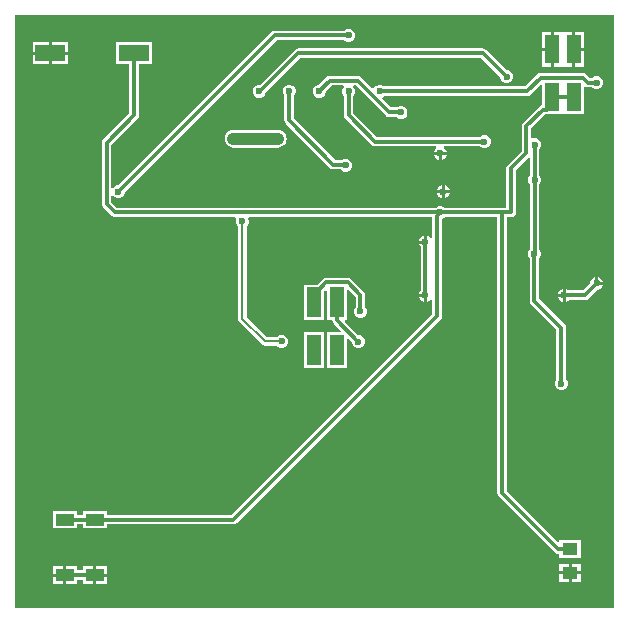
<source format=gbl>
G04*
G04 #@! TF.GenerationSoftware,Altium Limited,Altium Designer,22.5.1 (42)*
G04*
G04 Layer_Physical_Order=2*
G04 Layer_Color=16711680*
%FSLAX44Y44*%
%MOMM*%
G71*
G04*
G04 #@! TF.SameCoordinates,CF4701AC-517D-4BF5-B978-186F02F9A4D0*
G04*
G04*
G04 #@! TF.FilePolarity,Positive*
G04*
G01*
G75*
%ADD12C,0.2000*%
%ADD41C,0.3000*%
%ADD42C,1.0000*%
%ADD43C,0.6000*%
%ADD44R,2.5000X1.4000*%
%ADD45R,1.2000X2.4000*%
%ADD46R,1.5500X1.0000*%
%ADD47R,1.3000X1.0000*%
%ADD48R,1.2000X2.5000*%
G36*
X515000Y10000D02*
X7500D01*
Y512500D01*
X515000D01*
Y10000D01*
D02*
G37*
%LPC*%
G36*
X291094Y500500D02*
X288906D01*
X286884Y499663D01*
X286300Y499078D01*
X227500D01*
X227500Y499078D01*
X225939Y498768D01*
X224616Y497884D01*
X224616Y497884D01*
X94732Y368000D01*
X93906D01*
X91884Y367163D01*
X90348Y365626D01*
X90284Y365627D01*
X89078Y365895D01*
Y402334D01*
X111230Y424486D01*
X111230Y424486D01*
X112114Y425809D01*
X112424Y427370D01*
X112424Y427370D01*
Y470500D01*
X123346D01*
Y489500D01*
X93346D01*
Y470500D01*
X104268D01*
Y429059D01*
X82116Y406908D01*
X81232Y405584D01*
X80922Y404024D01*
X80922Y404024D01*
Y352500D01*
X80922Y352500D01*
X81232Y350939D01*
X82116Y349616D01*
X89616Y342116D01*
X90939Y341232D01*
X92500Y340922D01*
X92500Y340922D01*
X194090D01*
X194938Y339652D01*
X194500Y338594D01*
Y336406D01*
X195337Y334384D01*
X196431Y333290D01*
Y255000D01*
X196703Y253634D01*
X197477Y252477D01*
X216537Y233416D01*
X217695Y232642D01*
X219061Y232371D01*
X229061D01*
X230155Y231276D01*
X232176Y230439D01*
X234364D01*
X236386Y231276D01*
X237933Y232824D01*
X238770Y234845D01*
Y237033D01*
X237933Y239055D01*
X236386Y240602D01*
X234364Y241439D01*
X232176D01*
X230155Y240602D01*
X229061Y239508D01*
X220539D01*
X203569Y256478D01*
Y333290D01*
X204663Y334384D01*
X205500Y336406D01*
Y338594D01*
X205062Y339652D01*
X205910Y340922D01*
X360922D01*
Y323499D01*
X359889Y323195D01*
X359652Y323183D01*
X358138Y324697D01*
X356270Y325470D01*
Y320000D01*
X355000D01*
Y318730D01*
X349530D01*
X350303Y316862D01*
X350922Y316244D01*
Y278756D01*
X350303Y278138D01*
X349530Y276270D01*
X355000D01*
Y275000D01*
X356270D01*
Y269530D01*
X358138Y270303D01*
X359652Y271817D01*
X359889Y271805D01*
X360922Y271501D01*
Y259189D01*
X190811Y89078D01*
X85250D01*
Y92500D01*
X64750D01*
Y89078D01*
X59850D01*
Y92500D01*
X39350D01*
Y77500D01*
X59850D01*
Y80922D01*
X64750D01*
Y77500D01*
X85250D01*
Y80922D01*
X192500D01*
X192500Y80922D01*
X194061Y81232D01*
X195384Y82116D01*
X367884Y254616D01*
X367884Y254616D01*
X368768Y255939D01*
X369078Y257500D01*
X369078Y257500D01*
Y339701D01*
X370616Y340337D01*
X371200Y340922D01*
X415922D01*
Y107500D01*
X415922Y107500D01*
X416232Y105939D01*
X417116Y104616D01*
X464682Y57050D01*
X464682Y57050D01*
X466005Y56166D01*
X467566Y55856D01*
X468500D01*
Y52434D01*
X486500D01*
Y67434D01*
X468500D01*
Y66427D01*
X467327Y65941D01*
X424078Y109189D01*
Y340922D01*
X427500D01*
X429061Y341232D01*
X430384Y342116D01*
X431268Y343439D01*
X431578Y345000D01*
Y380811D01*
X442152Y391384D01*
X443422Y390858D01*
Y376200D01*
X442837Y375616D01*
X442000Y373594D01*
Y371406D01*
X442837Y369384D01*
X443322Y368900D01*
Y313600D01*
X442637Y312915D01*
X441800Y310894D01*
Y308706D01*
X442637Y306684D01*
X443222Y306100D01*
Y270200D01*
X443222Y270200D01*
X443532Y268639D01*
X444416Y267316D01*
X465922Y245811D01*
Y203700D01*
X465337Y203116D01*
X464500Y201094D01*
Y198906D01*
X465337Y196884D01*
X466884Y195337D01*
X468906Y194500D01*
X471094D01*
X473116Y195337D01*
X474663Y196884D01*
X475500Y198906D01*
Y201094D01*
X474663Y203116D01*
X474078Y203700D01*
Y247500D01*
X474078Y247500D01*
X473768Y249061D01*
X472884Y250384D01*
X451378Y271889D01*
Y306100D01*
X451963Y306684D01*
X452800Y308706D01*
Y310894D01*
X451963Y312915D01*
X451478Y313400D01*
Y368700D01*
X452163Y369384D01*
X453000Y371406D01*
Y373594D01*
X452163Y375616D01*
X451578Y376200D01*
Y398800D01*
X452163Y399384D01*
X453000Y401406D01*
Y403594D01*
X452163Y405616D01*
X450616Y407163D01*
X448594Y408000D01*
X446406D01*
X445634Y407680D01*
X444578Y408386D01*
Y416311D01*
X456257Y427990D01*
X458000D01*
X458000Y427990D01*
X458052Y428000D01*
X471000D01*
Y428000D01*
X472034D01*
Y428000D01*
X489034D01*
Y450910D01*
X490304Y451588D01*
X490837Y451232D01*
X492398Y450922D01*
X496300D01*
X496884Y450337D01*
X498906Y449500D01*
X501094D01*
X503116Y450337D01*
X504663Y451884D01*
X505500Y453906D01*
Y456094D01*
X504663Y458116D01*
X503116Y459663D01*
X501094Y460500D01*
X498906D01*
X496884Y459663D01*
X496300Y459078D01*
X494087D01*
X491282Y461884D01*
X489959Y462768D01*
X488398Y463078D01*
X488398Y463078D01*
X452649D01*
X452649Y463078D01*
X451088Y462768D01*
X449765Y461884D01*
X439674Y451793D01*
X320101D01*
X319516Y452377D01*
X317495Y453214D01*
X315307D01*
X313285Y452377D01*
X311738Y450830D01*
X311419Y450058D01*
X310173Y449811D01*
X300384Y459600D01*
X299061Y460484D01*
X297500Y460794D01*
X297500Y460794D01*
X273966D01*
X273966Y460794D01*
X272405Y460484D01*
X271082Y459600D01*
X271082Y459600D01*
X264732Y453250D01*
X263906D01*
X261884Y452413D01*
X260337Y450866D01*
X259500Y448844D01*
Y446656D01*
X260337Y444635D01*
X261884Y443087D01*
X263906Y442250D01*
X266094D01*
X268116Y443087D01*
X269663Y444635D01*
X270500Y446656D01*
Y447482D01*
X275655Y452638D01*
X285563D01*
X286089Y451368D01*
X285337Y450616D01*
X284500Y448594D01*
Y446406D01*
X285337Y444384D01*
X285922Y443800D01*
Y427500D01*
X285922Y427500D01*
X286232Y425939D01*
X287116Y424616D01*
X309616Y402116D01*
X309616Y402116D01*
X310939Y401232D01*
X312500Y400922D01*
X364001D01*
X364305Y399889D01*
X364317Y399652D01*
X362803Y398138D01*
X362102Y396444D01*
D01*
X362030Y396270D01*
X372970D01*
X372898Y396444D01*
D01*
X372197Y398138D01*
X370683Y399652D01*
X370695Y399889D01*
X370999Y400922D01*
X401300D01*
X401884Y400337D01*
X403906Y399500D01*
X406094D01*
X408116Y400337D01*
X409663Y401884D01*
X410500Y403906D01*
Y406094D01*
X409663Y408116D01*
X408116Y409663D01*
X406094Y410500D01*
X403906D01*
X401884Y409663D01*
X401300Y409078D01*
X314189D01*
X294078Y429189D01*
Y443800D01*
X294663Y444384D01*
X295500Y446406D01*
Y448594D01*
X294663Y450616D01*
X293911Y451368D01*
X294437Y452638D01*
X295811D01*
X321464Y426984D01*
X322787Y426100D01*
X324348Y425790D01*
X324348Y425790D01*
X330619D01*
X331203Y425206D01*
X333225Y424368D01*
X335413D01*
X337434Y425206D01*
X338981Y426753D01*
X339819Y428774D01*
Y430962D01*
X338981Y432984D01*
X337434Y434531D01*
X335413Y435368D01*
X333225D01*
X331203Y434531D01*
X330619Y433947D01*
X326037D01*
X318497Y441487D01*
X318745Y442732D01*
X319516Y443052D01*
X320101Y443636D01*
X441363D01*
X441363Y443636D01*
X442924Y443947D01*
X444247Y444831D01*
X452827Y453410D01*
X454000Y452924D01*
Y436033D01*
X453007Y435836D01*
X451684Y434952D01*
X437616Y420884D01*
X436732Y419561D01*
X436422Y418000D01*
X436422Y418000D01*
Y397189D01*
X424616Y385384D01*
X423732Y384061D01*
X423422Y382500D01*
X423422Y382500D01*
Y349078D01*
X371200D01*
X370616Y349663D01*
X368594Y350500D01*
X366406D01*
X364384Y349663D01*
X363800Y349078D01*
X94189D01*
X89078Y354189D01*
Y359105D01*
X90284Y359373D01*
X90348Y359374D01*
X91884Y357837D01*
X93906Y357000D01*
X96094D01*
X98116Y357837D01*
X99663Y359384D01*
X100500Y361406D01*
Y362232D01*
X229189Y490922D01*
X286300D01*
X286884Y490337D01*
X288906Y489500D01*
X291094D01*
X293116Y490337D01*
X294663Y491884D01*
X295500Y493906D01*
Y496094D01*
X294663Y498116D01*
X293116Y499663D01*
X291094Y500500D01*
D02*
G37*
G36*
X481804Y497680D02*
Y484410D01*
X489074D01*
Y497680D01*
X481804D01*
D02*
G37*
G36*
X461230D02*
X453960D01*
Y484410D01*
X461230D01*
Y497680D01*
D02*
G37*
G36*
X403650Y484078D02*
X403650Y484078D01*
X247500D01*
X247500Y484078D01*
X245939Y483768D01*
X244616Y482884D01*
X214982Y453250D01*
X213106D01*
X211084Y452413D01*
X209537Y450866D01*
X208700Y448844D01*
Y446656D01*
X209537Y444635D01*
X211084Y443087D01*
X213106Y442250D01*
X215294D01*
X217316Y443087D01*
X218863Y444635D01*
X219559Y446316D01*
X219634Y446366D01*
X249189Y475922D01*
X401961D01*
X418150Y459732D01*
Y458906D01*
X418987Y456884D01*
X420535Y455337D01*
X422556Y454500D01*
X424744D01*
X426766Y455337D01*
X428313Y456884D01*
X429150Y458906D01*
Y461094D01*
X428313Y463116D01*
X426766Y464663D01*
X424744Y465500D01*
X423918D01*
X406534Y482884D01*
X405211Y483768D01*
X404952Y483819D01*
X403650Y484078D01*
D02*
G37*
G36*
X52540Y489540D02*
X38770D01*
Y481270D01*
X52540D01*
Y489540D01*
D02*
G37*
G36*
X36230D02*
X22460D01*
Y481270D01*
X36230D01*
Y489540D01*
D02*
G37*
G36*
X52540Y478730D02*
X38770D01*
Y470460D01*
X52540D01*
Y478730D01*
D02*
G37*
G36*
X36230D02*
X22460D01*
Y470460D01*
X36230D01*
Y478730D01*
D02*
G37*
G36*
X489074Y481870D02*
X481804D01*
Y468600D01*
X489074D01*
Y481870D01*
D02*
G37*
G36*
X461230D02*
X453960D01*
Y468600D01*
X461230D01*
Y481870D01*
D02*
G37*
G36*
X471994Y497680D02*
X471040D01*
X470724Y497680D01*
X463770D01*
Y483140D01*
Y468600D01*
X470724D01*
X471040Y468600D01*
X471994D01*
X472310Y468600D01*
X479264D01*
Y483140D01*
Y497680D01*
X472310D01*
X471994Y497680D01*
D02*
G37*
G36*
X230000Y415065D02*
X192500D01*
X190542Y414807D01*
X188718Y414051D01*
X187151Y412849D01*
X185949Y411282D01*
X185193Y409458D01*
X184935Y407500D01*
X185193Y405542D01*
X185949Y403718D01*
X187151Y402151D01*
X188718Y400949D01*
X190542Y400193D01*
X192500Y399935D01*
X230000D01*
X231958Y400193D01*
X233782Y400949D01*
X235349Y402151D01*
X236551Y403718D01*
X237307Y405542D01*
X237565Y407500D01*
X237307Y409458D01*
X236551Y411282D01*
X235349Y412849D01*
X233782Y414051D01*
X231958Y414807D01*
X230000Y415065D01*
D02*
G37*
G36*
X372970Y393730D02*
X368770D01*
Y389530D01*
X370638Y390303D01*
X372197Y391862D01*
X372970Y393730D01*
D02*
G37*
G36*
X366230D02*
X362030D01*
X362803Y391862D01*
X364362Y390303D01*
X366230Y389530D01*
Y393730D01*
D02*
G37*
G36*
X240694Y453250D02*
X238506D01*
X236485Y452413D01*
X234937Y450866D01*
X234100Y448844D01*
Y446656D01*
X234937Y444635D01*
X235522Y444050D01*
Y422900D01*
X235522Y422900D01*
X235832Y421339D01*
X236716Y420016D01*
X274042Y382690D01*
X275365Y381806D01*
X276926Y381496D01*
X276926Y381496D01*
X283226D01*
X284384Y380337D01*
X286406Y379500D01*
X288594D01*
X290616Y380337D01*
X292163Y381884D01*
X293000Y383906D01*
Y386094D01*
X292163Y388116D01*
X290616Y389663D01*
X288594Y390500D01*
X286406D01*
X284384Y389663D01*
X284374Y389652D01*
X278615D01*
X243678Y424589D01*
Y444050D01*
X244263Y444635D01*
X245100Y446656D01*
Y448844D01*
X244263Y450866D01*
X242715Y452413D01*
X240694Y453250D01*
D02*
G37*
G36*
X371270Y367970D02*
Y363770D01*
X375470D01*
X374697Y365638D01*
X373138Y367197D01*
X371270Y367970D01*
D02*
G37*
G36*
X368730D02*
X366862Y367197D01*
D01*
X365303Y365638D01*
X364530Y363770D01*
X368730D01*
Y367970D01*
D02*
G37*
G36*
X375470Y361230D02*
X371270D01*
Y357030D01*
X373138Y357803D01*
X374697Y359362D01*
X375470Y361230D01*
D02*
G37*
G36*
X368730D02*
X364530D01*
X365303Y359362D01*
X366862Y357803D01*
X368730Y357030D01*
Y361230D01*
D02*
G37*
G36*
X353730Y325470D02*
X351862Y324697D01*
X350303Y323138D01*
X349530Y321270D01*
X353730D01*
Y325470D01*
D02*
G37*
G36*
X501270Y290470D02*
Y286270D01*
X505470D01*
X504697Y288138D01*
X503138Y289697D01*
X501270Y290470D01*
D02*
G37*
G36*
X498730D02*
X496862Y289697D01*
X495303Y288138D01*
X494460Y286102D01*
Y285228D01*
X488311Y279078D01*
X476256D01*
X475638Y279697D01*
X473770Y280470D01*
Y275000D01*
Y269530D01*
X475638Y270303D01*
X476256Y270922D01*
X490000D01*
X490000Y270922D01*
X491561Y271232D01*
X492884Y272116D01*
X500228Y279460D01*
X501102D01*
X503138Y280303D01*
X504697Y281862D01*
X505470Y283730D01*
X500000D01*
Y285000D01*
X498730D01*
Y290470D01*
D02*
G37*
G36*
X471230Y280470D02*
X469362Y279697D01*
X467803Y278138D01*
X467030Y276270D01*
X471230D01*
Y280470D01*
D02*
G37*
G36*
Y273730D02*
X467030D01*
X467803Y271862D01*
X469362Y270303D01*
X471230Y269530D01*
Y273730D01*
D02*
G37*
G36*
X353730D02*
X349530D01*
X350303Y271862D01*
X351862Y270303D01*
X353730Y269530D01*
Y273730D01*
D02*
G37*
G36*
X289190Y289888D02*
X289190Y289888D01*
X271070D01*
X269509Y289578D01*
X268186Y288694D01*
X268186Y288694D01*
X263327Y283834D01*
X252094D01*
Y253834D01*
X269094D01*
Y278067D01*
X270327Y279299D01*
X271500Y278813D01*
Y253810D01*
X274784D01*
X276029Y253567D01*
X276339Y252007D01*
X277223Y250683D01*
X283310Y244597D01*
X282824Y243424D01*
X271500D01*
Y213424D01*
X288500D01*
Y237748D01*
X289673Y238234D01*
X292737Y235170D01*
Y234513D01*
X293574Y232491D01*
X295121Y230944D01*
X297143Y230107D01*
X299331D01*
X301352Y230944D01*
X302899Y232491D01*
X303737Y234513D01*
Y236701D01*
X302899Y238722D01*
X301352Y240270D01*
X299331Y241107D01*
X298335D01*
X286806Y252637D01*
X287292Y253810D01*
X288500D01*
Y279073D01*
X289673Y279559D01*
X295922Y273311D01*
Y265058D01*
X295333Y264470D01*
X294496Y262449D01*
Y260261D01*
X295333Y258239D01*
X296880Y256692D01*
X298902Y255854D01*
X301090D01*
X303111Y256692D01*
X304659Y258239D01*
X305496Y260261D01*
Y262449D01*
X304659Y264470D01*
X304078Y265050D01*
Y275000D01*
X304078Y275000D01*
X303768Y276561D01*
X302884Y277884D01*
X302884Y277884D01*
X292074Y288694D01*
X290751Y289578D01*
X290492Y289629D01*
X289190Y289888D01*
D02*
G37*
G36*
X269094Y243448D02*
X252094D01*
Y213448D01*
X269094D01*
Y243448D01*
D02*
G37*
G36*
X73730Y45550D02*
X64710D01*
Y42088D01*
X59890D01*
Y45550D01*
X50870D01*
Y38010D01*
Y30470D01*
X59890D01*
Y33932D01*
X64710D01*
Y30470D01*
X73730D01*
Y38010D01*
Y45550D01*
D02*
G37*
G36*
X486540Y47540D02*
X478770D01*
Y41270D01*
X486540D01*
Y47540D01*
D02*
G37*
G36*
X476230D02*
X468460D01*
Y41270D01*
X476230D01*
Y47540D01*
D02*
G37*
G36*
X85290Y45550D02*
X76270D01*
Y39280D01*
X85290D01*
Y45550D01*
D02*
G37*
G36*
X48330D02*
X39310D01*
Y39280D01*
X48330D01*
Y45550D01*
D02*
G37*
G36*
X486540Y38730D02*
X478770D01*
Y32460D01*
X486540D01*
Y38730D01*
D02*
G37*
G36*
X476230D02*
X468460D01*
Y32460D01*
X476230D01*
Y38730D01*
D02*
G37*
G36*
X85290Y36740D02*
X76270D01*
Y30470D01*
X85290D01*
Y36740D01*
D02*
G37*
G36*
X48330D02*
X39310D01*
Y30470D01*
X48330D01*
Y36740D01*
D02*
G37*
%LPD*%
D12*
X200000Y255000D02*
Y337500D01*
X219061Y235939D02*
X233270D01*
X200000Y255000D02*
X219061Y235939D01*
D41*
X355000Y275000D02*
Y320000D01*
X447300Y309800D02*
X447400Y309900D01*
Y372400D01*
X447300Y270200D02*
Y309800D01*
X447400Y372400D02*
X447500Y372500D01*
Y402500D01*
X447300Y270200D02*
X470000Y247500D01*
X427500Y382500D02*
X440500Y395500D01*
Y418000D02*
X454568Y432068D01*
X440500Y395500D02*
Y418000D01*
X85000Y352500D02*
X92500Y345000D01*
X367500D01*
X441363Y447715D02*
X452649Y459000D01*
X316401Y447715D02*
X441363D01*
X452649Y459000D02*
X488398D01*
X273966Y456716D02*
X297500D01*
X265000Y447750D02*
X273966Y456716D01*
X297500D02*
X324348Y429868D01*
X334319D01*
X290000Y427500D02*
Y447500D01*
X239600Y422900D02*
Y447750D01*
X276926Y385574D02*
X286926D01*
X239600Y422900D02*
X276926Y385574D01*
X286926D02*
X287500Y385000D01*
X290000Y427500D02*
X312500Y405000D01*
X405000D01*
X247500Y480000D02*
X403650D01*
X216750Y449250D02*
X247500Y480000D01*
X403650D02*
X423650Y460000D01*
X85000Y352500D02*
Y404024D01*
X472500Y275000D02*
X490000D01*
X500000Y285000D01*
X470000Y200000D02*
Y247500D01*
X420000Y345000D02*
X427500D01*
X467566Y59934D02*
X477500D01*
X420000Y107500D02*
Y345000D01*
Y107500D02*
X467566Y59934D01*
X367500Y345000D02*
X420000D01*
X427500D02*
Y382500D01*
X108346Y427370D02*
Y480000D01*
X85000Y404024D02*
X108346Y427370D01*
X216512Y449250D02*
X216750D01*
X215012Y447750D02*
X216512Y449250D01*
X214200Y447750D02*
X215012D01*
X365000Y341743D02*
X367500Y344243D01*
Y345000D01*
X488398Y459000D02*
X492398Y455000D01*
X500000D01*
X462500Y442500D02*
X480534D01*
X462500Y436568D02*
Y442500D01*
X454568Y432068D02*
X458000D01*
X462500Y436568D01*
X192500Y85000D02*
X365000Y257500D01*
Y341743D01*
X95000Y362500D02*
X227500Y495000D01*
X290000D01*
X75000Y85000D02*
X192500D01*
X280107Y253567D02*
X298068Y235607D01*
X298237D01*
X260594Y275334D02*
X271070Y285810D01*
X289190D01*
X300000Y261359D02*
Y275000D01*
X280000Y268810D02*
X280107Y268703D01*
Y253567D02*
Y268703D01*
X299996Y261355D02*
X300000Y261359D01*
X49600Y85000D02*
X75000D01*
Y38010D02*
X75510Y37500D01*
X49600Y38010D02*
X75000D01*
X289190Y285810D02*
X300000Y275000D01*
X260594Y268834D02*
Y275334D01*
D42*
X192500Y407500D02*
X230000D01*
D43*
X355000Y320000D02*
D03*
Y275000D02*
D03*
X447300Y309800D02*
D03*
X447500Y402500D02*
D03*
X200000Y337500D02*
D03*
X265000Y447750D02*
D03*
X290000Y447500D02*
D03*
X334319Y429868D02*
D03*
X287500Y385000D02*
D03*
X37500Y480000D02*
D03*
X75000Y38010D02*
D03*
X49600D02*
D03*
X477500Y40000D02*
D03*
X462500Y483140D02*
D03*
X480534D02*
D03*
X447500Y372500D02*
D03*
X500000Y285000D02*
D03*
X472500Y275000D02*
D03*
X470000Y200000D02*
D03*
X239600Y447750D02*
D03*
X214200D02*
D03*
X230000Y407500D02*
D03*
X192500D02*
D03*
X405000Y405000D02*
D03*
X367500Y395000D02*
D03*
X370000Y362500D02*
D03*
X316401Y447715D02*
D03*
X500000Y455000D02*
D03*
X281384Y225000D02*
D03*
X299996Y261355D02*
D03*
X367500Y345000D02*
D03*
X423650Y460000D02*
D03*
X290000Y495000D02*
D03*
X95000Y362500D02*
D03*
X259384Y225000D02*
D03*
X233270Y235939D02*
D03*
X298237Y235607D02*
D03*
D44*
X108346Y480000D02*
D03*
X37500D02*
D03*
D45*
X480534Y442500D02*
D03*
X462500D02*
D03*
X480534Y483140D02*
D03*
X462500D02*
D03*
D46*
X49600Y38010D02*
D03*
X75000D02*
D03*
X49600Y85000D02*
D03*
X75000D02*
D03*
D47*
X477500Y40000D02*
D03*
Y59934D02*
D03*
D48*
X260594Y228448D02*
D03*
Y268834D02*
D03*
X280000Y228424D02*
D03*
Y268810D02*
D03*
M02*

</source>
